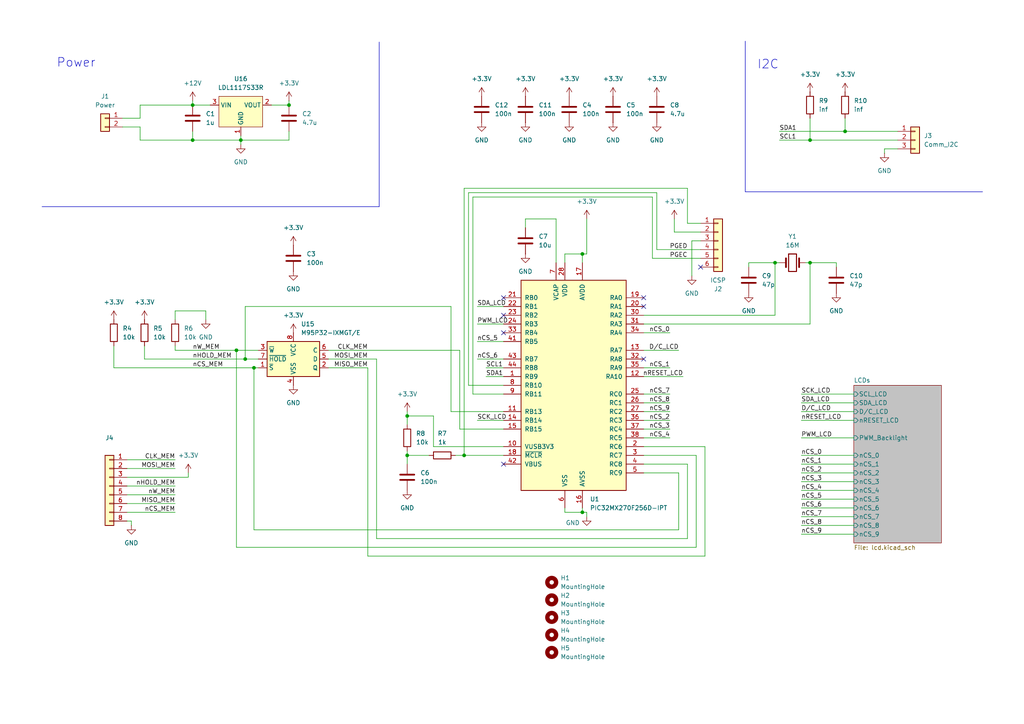
<source format=kicad_sch>
(kicad_sch (version 20231120) (generator "eeschema") (generator_version "8.0")
  (paper "A4")
  (title_block (title "Console Displays Strip") (date "2024-09-14") (rev "1"))
  (lib_symbols
    (symbol "Connector_Generic:Conn_01x02" (pin_names (offset 1.016) hide)
      (property "Reference" "J" (at 0 2.54 0))
      (property "Value" "Conn_01x02" (at 0 -5.08 0))
      (symbol "Conn_01x02_1_1"
        (rectangle (start -1.27 -2.413) (end 0 -2.667) (stroke (width 0.1524)))
        (rectangle (start -1.27 0.127) (end 0 -0.127) (stroke (width 0.1524)))
        (rectangle (start -1.27 1.27) (end 1.27 -3.81) (stroke (width 0.254)) (fill (type background)))
        (pin passive line (at -5.08 0 0) (length 3.81) (name "Pin_1") (number "1"))
        (pin passive line (at -5.08 -2.54 0) (length 3.81) (name "Pin_2") (number "2"))
      )
    )
    (symbol "Connector_Generic:Conn_01x03" (pin_names (offset 1.016) hide)
      (property "Reference" "J" (at 0 5.08 0))
      (property "Value" "Conn_01x03" (at 0 -5.08 0))
      (symbol "Conn_01x03_1_1"
        (rectangle (start -1.27 -2.413) (end 0 -2.667) (stroke (width 0.1524)))
        (rectangle (start -1.27 0.127) (end 0 -0.127) (stroke (width 0.1524)))
        (rectangle (start -1.27 2.667) (end 0 2.413) (stroke (width 0.1524)))
        (rectangle (start -1.27 3.81) (end 1.27 -3.81) (stroke (width 0.254)) (fill (type background)))
        (pin passive line (at -5.08 2.54 0) (length 3.81) (name "Pin_1") (number "1"))
        (pin passive line (at -5.08 0 0) (length 3.81) (name "Pin_2") (number "2"))
        (pin passive line (at -5.08 -2.54 0) (length 3.81) (name "Pin_3") (number "3"))
      )
    )
    (symbol "Connector_Generic:Conn_01x06" (pin_names (offset 1.016) hide)
      (property "Reference" "J" (at 0 7.62 0))
      (property "Value" "Conn_01x06" (at 0 -10.16 0))
      (symbol "Conn_01x06_1_1"
        (rectangle (start -1.27 -7.493) (end 0 -7.747) (stroke (width 0.1524)))
        (rectangle (start -1.27 -4.953) (end 0 -5.207) (stroke (width 0.1524)))
        (rectangle (start -1.27 -2.413) (end 0 -2.667) (stroke (width 0.1524)))
        (rectangle (start -1.27 0.127) (end 0 -0.127) (stroke (width 0.1524)))
        (rectangle (start -1.27 2.667) (end 0 2.413) (stroke (width 0.1524)))
        (rectangle (start -1.27 5.207) (end 0 4.953) (stroke (width 0.1524)))
        (rectangle (start -1.27 6.35) (end 1.27 -8.89) (stroke (width 0.254)) (fill (type background)))
        (pin passive line (at -5.08 5.08 0) (length 3.81) (name "Pin_1") (number "1"))
        (pin passive line (at -5.08 2.54 0) (length 3.81) (name "Pin_2") (number "2"))
        (pin passive line (at -5.08 0 0) (length 3.81) (name "Pin_3") (number "3"))
        (pin passive line (at -5.08 -2.54 0) (length 3.81) (name "Pin_4") (number "4"))
        (pin passive line (at -5.08 -5.08 0) (length 3.81) (name "Pin_5") (number "5"))
        (pin passive line (at -5.08 -7.62 0) (length 3.81) (name "Pin_6") (number "6"))
      )
    )
    (symbol "Connector_Generic:Conn_01x08" (pin_names (offset 1.016) hide)
      (property "Reference" "J" (at 0 10.16 0))
      (property "Value" "Conn_01x08" (at 0 -12.7 0))
      (symbol "Conn_01x08_1_1"
        (rectangle (start -1.27 -10.033) (end 0 -10.287) (stroke (width 0.1524)))
        (rectangle (start -1.27 -7.493) (end 0 -7.747) (stroke (width 0.1524)))
        (rectangle (start -1.27 -4.953) (end 0 -5.207) (stroke (width 0.1524)))
        (rectangle (start -1.27 -2.413) (end 0 -2.667) (stroke (width 0.1524)))
        (rectangle (start -1.27 0.127) (end 0 -0.127) (stroke (width 0.1524)))
        (rectangle (start -1.27 2.667) (end 0 2.413) (stroke (width 0.1524)))
        (rectangle (start -1.27 5.207) (end 0 4.953) (stroke (width 0.1524)))
        (rectangle (start -1.27 7.747) (end 0 7.493) (stroke (width 0.1524)))
        (rectangle (start -1.27 8.89) (end 1.27 -11.43) (stroke (width 0.254)) (fill (type background)))
        (pin passive line (at -5.08 7.62 0) (length 3.81) (name "Pin_1") (number "1"))
        (pin passive line (at -5.08 5.08 0) (length 3.81) (name "Pin_2") (number "2"))
        (pin passive line (at -5.08 2.54 0) (length 3.81) (name "Pin_3") (number "3"))
        (pin passive line (at -5.08 0 0) (length 3.81) (name "Pin_4") (number "4"))
        (pin passive line (at -5.08 -2.54 0) (length 3.81) (name "Pin_5") (number "5"))
        (pin passive line (at -5.08 -5.08 0) (length 3.81) (name "Pin_6") (number "6"))
        (pin passive line (at -5.08 -7.62 0) (length 3.81) (name "Pin_7") (number "7"))
        (pin passive line (at -5.08 -10.16 0) (length 3.81) (name "Pin_8") (number "8"))
      )
    )
    (symbol "Console:LDL1117S33R"
      (property "Reference" "U" (at -5.842 7.112 0))
      (property "Value" "LDL1117S33R" (at 0 4.826 0))
      (symbol "LDL1117S33R_0_0"
        (pin power_in line (at 0 -7.62 90) (length 2.54) (name "GND") (number "1"))
        (pin power_out line (at 8.89 1.27 180) (length 2.54) (name "VOUT") (number "2"))
        (pin power_in line (at -8.89 1.27 0) (length 2.54) (name "VIN") (number "3"))
      )
      (symbol "LDL1117S33R_0_1"
        (rectangle (start -6.35 3.81) (end 6.35 -5.08) (fill (type background)))
      )
    )
    (symbol "Console:M95P32-IXMGT/E"
      (property "Reference" "U" (at -7.62 6.35 0))
      (property "Value" "M95P32-IXMGT/E" (at 2.54 -6.35 0))
      (symbol "M95P32-IXMGT/E_1_1"
        (rectangle (start -7.62 5.08) (end 7.62 -5.08) (stroke (width 0.254)) (fill (type background)))
        (pin input line (at -10.16 -2.54 0) (length 2.54) (name "~{S}") (number "1"))
        (pin output line (at 10.16 -2.54 180) (length 2.54) (name "Q") (number "2"))
        (pin input line (at -10.16 2.54 0) (length 2.54) (name "~{W}") (number "3"))
        (pin power_in line (at 0 -7.62 90) (length 2.54) (name "VSS") (number "4"))
        (pin input line (at 10.16 0 180) (length 2.54) (name "D") (number "5"))
        (pin input line (at 10.16 2.54 180) (length 2.54) (name "C") (number "6"))
        (pin input line (at -10.16 0 0) (length 2.54) (name "~{HOLD}") (number "7"))
        (pin power_in line (at 0 7.62 270) (length 2.54) (name "VCC") (number "8"))
      )
    )
    (symbol "Device:C" (pin_numbers hide) (pin_names (offset 0.254))
      (property "Reference" "C" (at 0.635 2.54 0))
      (property "Value" "C" (at 0.635 -2.54 0))
      (symbol "C_0_1"
        (polyline (pts (xy -2.032 -0.762) (xy 2.032 -0.762)) (stroke (width 0.508)))
        (polyline (pts (xy -2.032 0.762) (xy 2.032 0.762)) (stroke (width 0.508)))
      )
      (symbol "C_1_1"
        (pin passive line (at 0 3.81 270) (length 2.794) (name "~") (number "1"))
        (pin passive line (at 0 -3.81 90) (length 2.794) (name "~") (number "2"))
      )
    )
    (symbol "Device:Crystal" (pin_numbers hide) (pin_names (offset 1.016) hide)
      (property "Reference" "Y" (at 0 3.81 0))
      (property "Value" "Crystal" (at 0 -3.81 0))
      (symbol "Crystal_0_1"
        (rectangle (start -1.143 2.54) (end 1.143 -2.54) (stroke (width 0.3048)))
        (polyline (pts (xy -2.54 0) (xy -1.905 0)))
        (polyline (pts (xy -1.905 -1.27) (xy -1.905 1.27)) (stroke (width 0.508)))
        (polyline (pts (xy 1.905 -1.27) (xy 1.905 1.27)) (stroke (width 0.508)))
        (polyline (pts (xy 2.54 0) (xy 1.905 0)))
      )
      (symbol "Crystal_1_1"
        (pin passive line (at -3.81 0 0) (length 1.27) (name "1") (number "1"))
        (pin passive line (at 3.81 0 180) (length 1.27) (name "2") (number "2"))
      )
    )
    (symbol "Device:R" (pin_numbers hide) (pin_names (offset 0))
      (property "Reference" "R" (at 2.032 0 90))
      (property "Value" "R" (at 0 0 90))
      (symbol "R_0_1"
        (rectangle (start -1.016 -2.54) (end 1.016 2.54) (stroke (width 0.254)))
      )
      (symbol "R_1_1"
        (pin passive line (at 0 3.81 270) (length 1.27) (name "~") (number "1"))
        (pin passive line (at 0 -3.81 90) (length 1.27) (name "~") (number "2"))
      )
    )
    (symbol "MCU_Microchip_PIC32:PIC32MX270F256D-IPT" (pin_names (offset 1.016))
      (property "Reference" "U1" (at 4.7341 -33.02 0))
      (property "Value" "PIC32MX270F256D-IPT" (at 4.7341 -35.56 0))
      (symbol "PIC32MX270F256D-IPT_0_1"
        (rectangle (start -15.24 30.48) (end 15.24 -30.48) (stroke (width 0.254)) (fill (type background)))
      )
      (symbol "PIC32MX270F256D-IPT_1_1"
        (pin bidirectional line (at -20.32 2.54 0) (length 5.08) (name "RB9") (number "1"))
        (pin bidirectional line (at -20.32 -17.78 0) (length 5.08) (name "VUSB3V3") (number "10"))
        (pin bidirectional line (at -20.32 -7.62 0) (length 5.08) (name "RB13") (number "11"))
        (pin bidirectional line (at 20.32 2.54 180) (length 5.08) (name "RA10") (number "12"))
        (pin bidirectional line (at 20.32 10.16 180) (length 5.08) (name "RA7") (number "13"))
        (pin bidirectional line (at -20.32 -10.16 0) (length 5.08) (name "RB14") (number "14"))
        (pin bidirectional line (at -20.32 -12.7 0) (length 5.08) (name "RB15") (number "15"))
        (pin power_in line (at 2.54 -35.56 90) (length 5.08) (name "AVSS") (number "16"))
        (pin power_in line (at 2.54 35.56 270) (length 5.08) (name "AVDD") (number "17"))
        (pin input line (at -20.32 -20.32 0) (length 5.08) (name "~{MCLR}") (number "18"))
        (pin bidirectional line (at 20.32 25.4 180) (length 5.08) (name "RA0") (number "19"))
        (pin bidirectional line (at 20.32 -17.78 180) (length 5.08) (name "RC6") (number "2"))
        (pin bidirectional line (at 20.32 22.86 180) (length 5.08) (name "RA1") (number "20"))
        (pin bidirectional line (at -20.32 25.4 0) (length 5.08) (name "RB0") (number "21"))
        (pin bidirectional line (at -20.32 22.86 0) (length 5.08) (name "RB1") (number "22"))
        (pin bidirectional line (at -20.32 20.32 0) (length 5.08) (name "RB2") (number "23"))
        (pin bidirectional line (at -20.32 17.78 0) (length 5.08) (name "RB3") (number "24"))
        (pin bidirectional line (at 20.32 -2.54 180) (length 5.08) (name "RC0") (number "25"))
        (pin bidirectional line (at 20.32 -5.08 180) (length 5.08) (name "RC1") (number "26"))
        (pin bidirectional line (at 20.32 -7.62 180) (length 5.08) (name "RC2") (number "27"))
        (pin power_in line (at -2.54 35.56 270) (length 5.08) (name "VDD") (number "28"))
        (pin passive line (at -2.54 -35.56 90) (length 5.08) hide (name "VSS") (number "29"))
        (pin bidirectional line (at 20.32 -20.32 180) (length 5.08) (name "RC7") (number "3"))
        (pin bidirectional line (at 20.32 20.32 180) (length 5.08) (name "RA2") (number "30"))
        (pin bidirectional line (at 20.32 17.78 180) (length 5.08) (name "RA3") (number "31"))
        (pin bidirectional line (at 20.32 7.62 180) (length 5.08) (name "RA8") (number "32"))
        (pin bidirectional line (at -20.32 15.24 0) (length 5.08) (name "RB4") (number "33"))
        (pin bidirectional line (at 20.32 15.24 180) (length 5.08) (name "RA4") (number "34"))
        (pin bidirectional line (at 20.32 5.08 180) (length 5.08) (name "RA9") (number "35"))
        (pin bidirectional line (at 20.32 -10.16 180) (length 5.08) (name "RC3") (number "36"))
        (pin bidirectional line (at 20.32 -12.7 180) (length 5.08) (name "RC4") (number "37"))
        (pin bidirectional line (at 20.32 -15.24 180) (length 5.08) (name "RC5") (number "38"))
        (pin passive line (at -2.54 -35.56 90) (length 5.08) hide (name "VSS") (number "39"))
        (pin bidirectional line (at 20.32 -22.86 180) (length 5.08) (name "RC8") (number "4"))
        (pin passive line (at -2.54 35.56 270) (length 5.08) hide (name "VDD") (number "40"))
        (pin bidirectional line (at -20.32 12.7 0) (length 5.08) (name "RB5") (number "41"))
        (pin input line (at -20.32 -22.86 0) (length 5.08) (name "VBUS") (number "42"))
        (pin bidirectional line (at -20.32 7.62 0) (length 5.08) (name "RB7") (number "43"))
        (pin bidirectional line (at -20.32 5.08 0) (length 5.08) (name "RB8") (number "44"))
        (pin bidirectional line (at 20.32 -25.4 180) (length 5.08) (name "RC9") (number "5"))
        (pin power_in line (at -2.54 -35.56 90) (length 5.08) (name "VSS") (number "6"))
        (pin power_in line (at -5.08 35.56 270) (length 5.08) (name "VCAP") (number "7"))
        (pin bidirectional line (at -20.32 0 0) (length 5.08) (name "RB10") (number "8"))
        (pin bidirectional line (at -20.32 -2.54 0) (length 5.08) (name "RB11") (number "9"))
      )
    )
    (symbol "Mechanical:MountingHole" (pin_names (offset 1.016)) (exclude_from_sim yes) (in_bom no)
      (property "Reference" "H" (at 0 5.08 0))
      (property "Value" "MountingHole" (at 0 3.175 0))
      (symbol "MountingHole_0_1"
        (circle (center 0 0) (radius 1.27) (stroke (width 1.27)))
      )
    )
    (symbol "power:+12V" (power) (pin_numbers hide) (pin_names (offset 0) hide)
      (property "Value" "+12V" (at 0 3.556 0))
      (symbol "+12V_0_1"
        (polyline (pts (xy -0.762 1.27) (xy 0 2.54)))
        (polyline (pts (xy 0 0) (xy 0 2.54)))
        (polyline (pts (xy 0 2.54) (xy 0.762 1.27)))
      )
      (symbol "+12V_1_1"
        (pin power_in line (at 0 0 90) (length 0) (name "~") (number "1"))
      )
    )
    (symbol "power:+3.3V" (power) (pin_numbers hide) (pin_names (offset 0) hide)
      (property "Value" "+3.3V" (at 0 3.556 0))
      (symbol "+3.3V_0_1"
        (polyline (pts (xy -0.762 1.27) (xy 0 2.54)))
        (polyline (pts (xy 0 0) (xy 0 2.54)))
        (polyline (pts (xy 0 2.54) (xy 0.762 1.27)))
      )
      (symbol "+3.3V_1_1"
        (pin power_in line (at 0 0 90) (length 0) (name "~") (number "1"))
      )
    )
    (symbol "power:GND" (power) (pin_numbers hide) (pin_names (offset 0) hide)
      (property "Value" "GND" (at 0 -3.81 0))
      (symbol "GND_0_1"
        (polyline (pts (xy 0 0) (xy 0 -1.27) (xy 1.27 -1.27) (xy 0 -2.54) (xy -1.27 -1.27) (xy 0 -1.27)))
      )
      (symbol "GND_1_1"
        (pin power_in line (at 0 0 270) (length 0) (name "~") (number "1"))
      )
    )
  )
  (junction (at 134.62 132.08))
  (junction (at 71.12 104.14))
  (junction (at 55.88 40.64))
  (junction (at 234.95 76.2))
  (junction (at 118.11 120.65))
  (junction (at 224.79 76.2))
  (junction (at 168.91 73.66))
  (junction (at 73.66 106.68))
  (junction (at 83.82 30.48))
  (junction (at 245.11 38.1))
  (junction (at 234.95 40.64))
  (junction (at 69.85 40.64))
  (junction (at 55.88 30.48))
  (junction (at 68.58 101.6))
  (junction (at 118.11 132.08))
  (junction (at 168.91 148.59))
  (no_connect (at 186.69 86.36))
  (no_connect (at 146.05 96.52))
  (no_connect (at 146.05 134.62))
  (no_connect (at 186.69 104.14))
  (no_connect (at 186.69 88.9))
  (no_connect (at 146.05 86.36))
  (no_connect (at 203.2 77.47))
  (no_connect (at 146.05 91.44))
  (wire (pts (xy 234.95 93.98) (xy 234.95 76.2)))
  (wire (pts (xy 260.35 43.18) (xy 256.54 43.18)))
  (wire (pts (xy 224.79 76.2) (xy 226.06 76.2)))
  (wire (pts (xy 201.93 158.75) (xy 201.93 132.08)))
  (wire (pts (xy 55.88 38.1) (xy 55.88 40.64)))
  (wire (pts (xy 260.35 38.1) (xy 245.11 38.1)))
  (wire (pts (xy 55.88 30.48) (xy 60.96 30.48)))
  (wire (pts (xy 194.31 116.84) (xy 186.69 116.84)))
  (wire (pts (xy 83.82 38.1) (xy 83.82 40.64)))
  (wire (pts (xy 54.61 137.16) (xy 54.61 138.43)))
  (wire (pts (xy 130.81 119.38) (xy 146.05 119.38)))
  (wire (pts (xy 33.02 106.68) (xy 73.66 106.68)))
  (wire (pts (xy 36.83 135.89) (xy 50.8 135.89)))
  (wire (pts (xy 59.69 90.17) (xy 59.69 92.71)))
  (wire (pts (xy 50.8 101.6) (xy 68.58 101.6)))
  (wire (pts (xy 168.91 73.66) (xy 170.18 73.66)))
  (wire (pts (xy 195.58 67.31) (xy 195.58 63.5)))
  (wire (pts (xy 168.91 73.66) (xy 168.91 76.2)))
  (wire (pts (xy 138.43 88.9) (xy 146.05 88.9)))
  (wire (pts (xy 36.83 133.35) (xy 50.8 133.35)))
  (wire (pts (xy 204.47 161.29) (xy 204.47 129.54)))
  (wire (pts (xy 68.58 101.6) (xy 68.58 158.75)))
  (wire (pts (xy 189.23 57.15) (xy 137.16 57.15)))
  (wire (pts (xy 232.41 121.92) (xy 247.65 121.92)))
  (wire (pts (xy 124.46 132.08) (xy 118.11 132.08)))
  (wire (pts (xy 41.91 104.14) (xy 41.91 100.33)))
  (wire (pts (xy 69.85 40.64) (xy 83.82 40.64)))
  (wire (pts (xy 163.83 148.59) (xy 163.83 147.32)))
  (wire (pts (xy 118.11 120.65) (xy 125.73 120.65)))
  (wire (pts (xy 140.97 106.68) (xy 146.05 106.68)))
  (wire (pts (xy 138.43 99.06) (xy 146.05 99.06)))
  (wire (pts (xy 36.83 146.05) (xy 50.8 146.05)))
  (wire (pts (xy 201.93 132.08) (xy 186.69 132.08)))
  (wire (pts (xy 36.83 143.51) (xy 50.8 143.51)))
  (wire (pts (xy 133.35 124.46) (xy 146.05 124.46)))
  (wire (pts (xy 199.39 134.62) (xy 186.69 134.62)))
  (wire (pts (xy 95.25 106.68) (xy 106.68 106.68)))
  (wire (pts (xy 132.08 132.08) (xy 134.62 132.08)))
  (polyline (pts (xy 216.154 11.938) (xy 216.154 55.626)))
  (wire (pts (xy 186.69 114.3) (xy 194.31 114.3)))
  (wire (pts (xy 55.88 29.21) (xy 55.88 30.48)))
  (wire (pts (xy 135.89 111.76) (xy 146.05 111.76)))
  (wire (pts (xy 232.41 149.86) (xy 247.65 149.86)))
  (wire (pts (xy 36.83 138.43) (xy 54.61 138.43)))
  (wire (pts (xy 234.95 76.2) (xy 233.68 76.2)))
  (wire (pts (xy 242.57 76.2) (xy 242.57 77.47)))
  (wire (pts (xy 71.12 104.14) (xy 74.93 104.14)))
  (wire (pts (xy 196.85 101.6) (xy 186.69 101.6)))
  (wire (pts (xy 140.97 109.22) (xy 146.05 109.22)))
  (wire (pts (xy 199.39 156.21) (xy 199.39 134.62)))
  (wire (pts (xy 106.68 106.68) (xy 106.68 161.29)))
  (wire (pts (xy 95.25 104.14) (xy 109.22 104.14)))
  (wire (pts (xy 133.35 101.6) (xy 133.35 124.46)))
  (wire (pts (xy 199.39 64.77) (xy 203.2 64.77)))
  (wire (pts (xy 130.81 119.38) (xy 130.81 88.9)))
  (wire (pts (xy 68.58 101.6) (xy 74.93 101.6)))
  (wire (pts (xy 196.85 137.16) (xy 186.69 137.16)))
  (wire (pts (xy 190.5 55.88) (xy 135.89 55.88)))
  (wire (pts (xy 138.43 104.14) (xy 146.05 104.14)))
  (wire (pts (xy 55.88 30.48) (xy 40.64 30.48)))
  (wire (pts (xy 40.64 40.64) (xy 55.88 40.64)))
  (wire (pts (xy 125.73 129.54) (xy 146.05 129.54)))
  (wire (pts (xy 232.41 137.16) (xy 247.65 137.16)))
  (wire (pts (xy 196.85 153.67) (xy 196.85 137.16)))
  (wire (pts (xy 152.4 63.5) (xy 152.4 66.04)))
  (wire (pts (xy 73.66 106.68) (xy 73.66 153.67)))
  (wire (pts (xy 36.83 140.97) (xy 50.8 140.97)))
  (wire (pts (xy 68.58 158.75) (xy 201.93 158.75)))
  (wire (pts (xy 194.31 96.52) (xy 186.69 96.52)))
  (wire (pts (xy 189.23 74.93) (xy 189.23 57.15)))
  (wire (pts (xy 168.91 148.59) (xy 168.91 147.32)))
  (wire (pts (xy 204.47 129.54) (xy 186.69 129.54)))
  (wire (pts (xy 232.41 116.84) (xy 247.65 116.84)))
  (wire (pts (xy 232.41 144.78) (xy 247.65 144.78)))
  (wire (pts (xy 40.64 30.48) (xy 40.64 34.29)))
  (wire (pts (xy 163.83 73.66) (xy 168.91 73.66)))
  (wire (pts (xy 217.17 77.47) (xy 217.17 76.2)))
  (wire (pts (xy 163.83 148.59) (xy 168.91 148.59)))
  (wire (pts (xy 33.02 106.68) (xy 33.02 100.33)))
  (wire (pts (xy 36.83 148.59) (xy 50.8 148.59)))
  (wire (pts (xy 190.5 72.39) (xy 190.5 55.88)))
  (wire (pts (xy 232.41 152.4) (xy 247.65 152.4)))
  (wire (pts (xy 217.17 76.2) (xy 224.79 76.2)))
  (wire (pts (xy 232.41 134.62) (xy 247.65 134.62)))
  (wire (pts (xy 41.91 104.14) (xy 71.12 104.14)))
  (wire (pts (xy 194.31 106.68) (xy 186.69 106.68)))
  (wire (pts (xy 118.11 119.38) (xy 118.11 120.65)))
  (wire (pts (xy 232.41 154.94) (xy 247.65 154.94)))
  (wire (pts (xy 137.16 57.15) (xy 137.16 114.3)))
  (wire (pts (xy 232.41 114.3) (xy 247.65 114.3)))
  (wire (pts (xy 232.41 142.24) (xy 247.65 142.24)))
  (wire (pts (xy 163.83 76.2) (xy 163.83 73.66)))
  (wire (pts (xy 194.31 119.38) (xy 186.69 119.38)))
  (wire (pts (xy 130.81 88.9) (xy 71.12 88.9)))
  (wire (pts (xy 83.82 30.48) (xy 83.82 29.21)))
  (wire (pts (xy 161.29 76.2) (xy 161.29 63.5)))
  (wire (pts (xy 232.41 127) (xy 247.65 127)))
  (wire (pts (xy 69.85 40.64) (xy 69.85 39.37)))
  (wire (pts (xy 134.62 132.08) (xy 146.05 132.08)))
  (wire (pts (xy 40.64 34.29) (xy 35.56 34.29)))
  (wire (pts (xy 38.1 152.4) (xy 38.1 151.13)))
  (wire (pts (xy 55.88 40.64) (xy 69.85 40.64)))
  (wire (pts (xy 189.23 74.93) (xy 203.2 74.93)))
  (wire (pts (xy 194.31 127) (xy 186.69 127)))
  (wire (pts (xy 138.43 121.92) (xy 146.05 121.92)))
  (wire (pts (xy 232.41 119.38) (xy 247.65 119.38)))
  (wire (pts (xy 256.54 43.18) (xy 256.54 44.45)))
  (wire (pts (xy 50.8 90.17) (xy 59.69 90.17)))
  (wire (pts (xy 69.85 40.64) (xy 69.85 41.91)))
  (wire (pts (xy 40.64 36.83) (xy 40.64 40.64)))
  (wire (pts (xy 135.89 55.88) (xy 135.89 111.76)))
  (wire (pts (xy 224.79 91.44) (xy 186.69 91.44)))
  (wire (pts (xy 226.06 40.64) (xy 234.95 40.64)))
  (wire (pts (xy 118.11 120.65) (xy 118.11 123.19)))
  (wire (pts (xy 137.16 114.3) (xy 146.05 114.3)))
  (wire (pts (xy 50.8 101.6) (xy 50.8 100.33)))
  (wire (pts (xy 35.56 36.83) (xy 40.64 36.83)))
  (wire (pts (xy 36.83 151.13) (xy 38.1 151.13)))
  (wire (pts (xy 199.39 54.61) (xy 199.39 64.77)))
  (wire (pts (xy 232.41 147.32) (xy 247.65 147.32)))
  (wire (pts (xy 203.2 69.85) (xy 200.66 69.85)))
  (wire (pts (xy 109.22 156.21) (xy 199.39 156.21)))
  (polyline (pts (xy 12.192 59.944) (xy 109.982 59.944)))
  (wire (pts (xy 134.62 54.61) (xy 134.62 132.08)))
  (wire (pts (xy 95.25 101.6) (xy 133.35 101.6)))
  (wire (pts (xy 194.31 124.46) (xy 186.69 124.46)))
  (wire (pts (xy 138.43 93.98) (xy 146.05 93.98)))
  (polyline (pts (xy 109.982 12.192) (xy 109.982 59.944)))
  (wire (pts (xy 71.12 88.9) (xy 71.12 104.14)))
  (wire (pts (xy 109.22 104.14) (xy 109.22 156.21)))
  (wire (pts (xy 170.18 149.86) (xy 170.18 148.59)))
  (wire (pts (xy 118.11 132.08) (xy 118.11 134.62)))
  (wire (pts (xy 73.66 153.67) (xy 196.85 153.67)))
  (polyline (pts (xy 216.154 55.626) (xy 284.988 55.626)))
  (wire (pts (xy 186.69 93.98) (xy 234.95 93.98)))
  (wire (pts (xy 50.8 92.71) (xy 50.8 90.17)))
  (wire (pts (xy 232.41 132.08) (xy 247.65 132.08)))
  (wire (pts (xy 226.06 38.1) (xy 245.11 38.1)))
  (wire (pts (xy 118.11 132.08) (xy 118.11 130.81)))
  (wire (pts (xy 234.95 40.64) (xy 234.95 34.29)))
  (wire (pts (xy 245.11 38.1) (xy 245.11 34.29)))
  (wire (pts (xy 260.35 40.64) (xy 234.95 40.64)))
  (wire (pts (xy 106.68 161.29) (xy 204.47 161.29)))
  (wire (pts (xy 170.18 63.5) (xy 170.18 73.66)))
  (wire (pts (xy 190.5 72.39) (xy 203.2 72.39)))
  (wire (pts (xy 200.66 69.85) (xy 200.66 80.01)))
  (wire (pts (xy 194.31 121.92) (xy 186.69 121.92)))
  (wire (pts (xy 186.69 109.22) (xy 198.12 109.22)))
  (wire (pts (xy 73.66 106.68) (xy 74.93 106.68)))
  (wire (pts (xy 203.2 67.31) (xy 195.58 67.31)))
  (wire (pts (xy 234.95 76.2) (xy 242.57 76.2)))
  (wire (pts (xy 125.73 120.65) (xy 125.73 129.54)))
  (wire (pts (xy 232.41 139.7) (xy 247.65 139.7)))
  (wire (pts (xy 78.74 30.48) (xy 83.82 30.48)))
  (wire (pts (xy 170.18 148.59) (xy 168.91 148.59)))
  (wire (pts (xy 199.39 54.61) (xy 134.62 54.61)))
  (wire (pts (xy 161.29 63.5) (xy 152.4 63.5)))
  (wire (pts (xy 224.79 76.2) (xy 224.79 91.44)))
  (text "I2C" (at 222.758 18.796 0) (effects (font (size 2.54 2.54))))
  (text "Power" (at 22.098 18.288 0) (effects (font (size 2.54 2.54))))
  (label "SDA_LCD" (at 232.41 116.84 0))
  (label "nCS_5" (at 138.43 99.06 0))
  (label "nCS_8" (at 232.41 152.4 0))
  (label "nRESET_LCD" (at 232.41 121.92 0))
  (label "MISO_MEM" (at 106.68 106.68 180))
  (label "nCS_1" (at 232.41 134.62 0))
  (label "MOSI_MEM" (at 106.68 104.14 180))
  (label "nCS_MEM" (at 55.88 106.68 0))
  (label "CLK_MEM" (at 106.68 101.6 180))
  (label "nCS_7" (at 194.31 114.3 180))
  (label "nCS_2" (at 232.41 137.16 0))
  (label "nCS_2" (at 194.31 121.92 180))
  (label "nCS_1" (at 194.31 106.68 180))
  (label "nCS_9" (at 194.31 119.38 180))
  (label "nCS_6" (at 138.43 104.14 0))
  (label "PGED" (at 199.39 72.39 180))
  (label "nCS_0" (at 194.31 96.52 180))
  (label "nCS_6" (at 232.41 147.32 0))
  (label "PWM_LCD" (at 232.41 127 0))
  (label "SCL1" (at 226.06 40.64 0))
  (label "D{slash}C_LCD" (at 196.85 101.6 180))
  (label "SCK_LCD" (at 138.43 121.92 0))
  (label "SCL1" (at 140.97 106.68 0))
  (label "nCS_7" (at 232.41 149.86 0))
  (label "MOSI_MEM" (at 50.8 135.89 180))
  (label "SDA1" (at 226.06 38.1 0))
  (label "nCS_4" (at 232.41 142.24 0))
  (label "nCS_0" (at 232.41 132.08 0))
  (label "nCS_9" (at 232.41 154.94 0))
  (label "nCS_3" (at 232.41 139.7 0))
  (label "nRESET_LCD" (at 198.12 109.22 180))
  (label "SDA_LCD" (at 138.43 88.9 0))
  (label "D{slash}C_LCD" (at 232.41 119.38 0))
  (label "nCS_3" (at 194.31 124.46 180))
  (label "nHOLD_MEM" (at 50.8 140.97 180))
  (label "nW_MEM" (at 50.8 143.51 180))
  (label "nHOLD_MEM" (at 55.88 104.14 0))
  (label "nCS_MEM" (at 50.8 148.59 180))
  (label "CLK_MEM" (at 50.8 133.35 180))
  (label "nW_MEM" (at 55.88 101.6 0))
  (label "nCS_5" (at 232.41 144.78 0))
  (label "nCS_4" (at 194.31 127 180))
  (label "MISO_MEM" (at 50.8 146.05 180))
  (label "SDA1" (at 140.97 109.22 0))
  (label "PWM_LCD" (at 138.43 93.98 0))
  (label "nCS_8" (at 194.31 116.84 180))
  (label "PGEC" (at 199.39 74.93 180))
  (label "SCK_LCD" (at 232.41 114.3 0))
  (symbol (lib_id "power:+3.3V") (at 177.8 27.94 0) (unit 1)
    (property "Reference" "#PWR043" (effects (hide yes)))
    (property "Value" "+3.3V" (at 177.8 22.86 0))
    (property "Description" "Power symbol creates a global label with name \"+3.3V\"" (effects (hide yes)))
  )
  (symbol (lib_id "power:+3.3V") (at 190.5 27.94 0) (unit 1)
    (property "Reference" "#PWR049" (effects (hide yes)))
    (property "Value" "+3.3V" (at 190.5 22.86 0))
    (property "Description" "Power symbol creates a global label with name \"+3.3V\"" (effects (hide yes)))
  )
  (symbol (lib_id "Device:R") (at 118.11 127 180) (unit 1)
    (property "Reference" "R8" (at 120.65 125.7299 0) (effects (justify right)))
    (property "Value" "10k" (at 120.65 128.2699 0) (effects (justify right)))
    (property "Footprint" "Resistor_SMD:R_0805_2012Metric" (effects (hide yes)))
    (property "Description" "Resistor" (effects (hide yes)))
  )
  (symbol (lib_id "power:+12V") (at 55.88 29.21 0) (unit 1)
    (property "Reference" "#PWR019" (effects (hide yes)))
    (property "Value" "+12V" (at 55.88 24.13 0))
    (property "Description" "Power symbol creates a global label with name \"+12V\"" (effects (hide yes)))
  )
  (symbol (lib_id "power:GND") (at 190.5 35.56 0) (unit 1)
    (property "Reference" "#PWR050" (effects (hide yes)))
    (property "Value" "GND" (at 190.5 40.64 0))
    (property "Description" "Power symbol creates a global label with name \"GND\" , ground" (effects (hide yes)))
  )
  (symbol (lib_id "power:GND") (at 152.4 73.66 0) (unit 1)
    (property "Reference" "#PWR048" (effects (hide yes)))
    (property "Value" "GND" (at 152.4 78.74 0))
    (property "Description" "Power symbol creates a global label with name \"GND\" , ground" (effects (hide yes)))
  )
  (symbol (lib_id "Device:C") (at 83.82 34.29 0) (unit 1)
    (property "Reference" "C2" (at 87.63 33.0199 0) (effects (justify left)))
    (property "Value" "4.7u" (at 87.63 35.5599 0) (effects (justify left)))
    (property "Footprint" "Capacitor_SMD:C_0805_2012Metric" (effects (hide yes)))
    (property "Description" "Unpolarized capacitor" (effects (hide yes)))
  )
  (symbol (lib_id "power:+3.3V") (at 165.1 27.94 0) (unit 1)
    (property "Reference" "#PWR041" (effects (hide yes)))
    (property "Value" "+3.3V" (at 165.1 22.86 0))
    (property "Description" "Power symbol creates a global label with name \"+3.3V\"" (effects (hide yes)))
  )
  (symbol (lib_id "Console:LDL1117S33R") (at 69.85 31.75 0) (unit 1)
    (property "Reference" "U16" (at 69.85 22.86 0))
    (property "Value" "LDL1117S33R" (at 69.85 25.4 0))
    (property "Footprint" "Package_TO_SOT_SMD:SOT-223-3_TabPin2" (effects (hide yes)))
    (property "Datasheet" "https://www.mouser.de/datasheet/2/389/ldl1117-1849797.pdf" (effects (hide yes)))
    (property "Description" "3.3V 1.2A LDO" (effects (hide yes)))
  )
  (symbol (lib_id "Device:C") (at 85.09 74.93 0) (unit 1)
    (property "Reference" "C3" (at 88.9 73.6599 0) (effects (justify left)))
    (property "Value" "100n" (at 88.9 76.1999 0) (effects (justify left)))
    (property "Footprint" "Capacitor_SMD:C_0805_2012Metric" (effects (hide yes)))
    (property "Description" "Unpolarized capacitor" (effects (hide yes)))
  )
  (symbol (lib_id "Connector_Generic:Conn_01x02") (at 30.48 34.29 0) (mirror y) (unit 1)
    (property "Reference" "J1" (at 30.48 27.94 0))
    (property "Value" "Power" (at 30.48 30.48 0))
    (property "Footprint" "Connector_PinHeader_2.54mm:PinHeader_1x02_P2.54mm_Vertical" (effects (hide yes)))
    (property "Description" "Generic connector, single row, 01x02, script generated (kicad-library-utils/schlib/autogen/connector/)" (effects (hide yes)))
  )
  (symbol (lib_id "Mechanical:MountingHole") (at 160.02 189.23 0) (unit 1) (exclude_from_sim yes) (in_bom no)
    (property "Reference" "H5" (at 162.56 187.9599 0) (effects (justify left)))
    (property "Value" "MountingHole" (at 162.56 190.4999 0) (effects (justify left)))
    (property "Footprint" "MountingHole:MountingHole_3.2mm_M3" (effects (hide yes)))
    (property "Description" "Mounting Hole without connection" (effects (hide yes)))
  )
  (symbol (lib_id "Connector_Generic:Conn_01x08") (at 31.75 140.97 0) (mirror y) (unit 1)
    (property "Reference" "J4" (at 31.75 127 0))
    (property "Value" "EEPROM_Prog" (effects (hide yes)))
    (property "Footprint" "Connector_PinHeader_2.54mm:PinHeader_1x08_P2.54mm_Vertical" (effects (hide yes)))
    (property "Description" "Generic connector, single row, 01x08, script generated (kicad-library-utils/schlib/autogen/connector/)" (effects (hide yes)))
  )
  (symbol (lib_id "Mechanical:MountingHole") (at 160.02 168.91 0) (unit 1) (exclude_from_sim yes) (in_bom no)
    (property "Reference" "H1" (at 162.56 167.6399 0) (effects (justify left)))
    (property "Value" "MountingHole" (at 162.56 170.1799 0) (effects (justify left)))
    (property "Footprint" "MountingHole:MountingHole_3.2mm_M3" (effects (hide yes)))
    (property "Description" "Mounting Hole without connection" (effects (hide yes)))
  )
  (symbol (lib_id "Connector_Generic:Conn_01x03") (at 265.43 40.64 0) (unit 1)
    (property "Reference" "J3" (at 267.97 39.3699 0) (effects (justify left)))
    (property "Value" "Comm_I2C" (at 267.97 41.9099 0) (effects (justify left)))
    (property "Footprint" "Connector_PinHeader_2.54mm:PinHeader_1x03_P2.54mm_Vertical" (effects (hide yes)))
    (property "Description" "Generic connector, single row, 01x03, script generated (kicad-library-utils/schlib/autogen/connector/)" (effects (hide yes)))
  )
  (symbol (lib_id "power:GND") (at 200.66 80.01 0) (mirror y) (unit 1)
    (property "Reference" "#PWR052" (effects (hide yes)))
    (property "Value" "GND" (at 200.66 85.09 0))
    (property "Description" "Power symbol creates a global label with name \"GND\" , ground" (effects (hide yes)))
  )
  (symbol (lib_id "power:+3.3V") (at 85.09 71.12 0) (unit 1)
    (property "Reference" "#PWR036" (effects (hide yes)))
    (property "Value" "+3.3V" (at 85.09 66.04 0))
    (property "Description" "Power symbol creates a global label with name \"+3.3V\"" (effects (hide yes)))
  )
  (symbol (lib_id "power:+3.3V") (at 195.58 63.5 0) (mirror y) (unit 1)
    (property "Reference" "#PWR051" (effects (hide yes)))
    (property "Value" "+3.3V" (at 195.58 58.42 0))
    (property "Description" "Power symbol creates a global label with name \"+3.3V\"" (effects (hide yes)))
  )
  (symbol (lib_id "power:GND") (at 85.09 111.76 0) (unit 1)
    (property "Reference" "#PWR03" (effects (hide yes)))
    (property "Value" "GND" (at 85.09 116.84 0))
    (property "Description" "Power symbol creates a global label with name \"GND\" , ground" (effects (hide yes)))
  )
  (symbol (lib_id "power:GND") (at 217.17 85.09 0) (mirror y) (unit 1)
    (property "Reference" "#PWR053" (effects (hide yes)))
    (property "Value" "GND" (at 217.17 90.17 0))
    (property "Description" "Power symbol creates a global label with name \"GND\" , ground" (effects (hide yes)))
  )
  (symbol (lib_id "Connector_Generic:Conn_01x06") (at 208.28 69.85 0) (unit 1)
    (property "Reference" "J2" (at 208.28 83.82 0))
    (property "Value" "ICSP" (at 208.28 81.28 0))
    (property "Footprint" "Connector_PinHeader_2.54mm:PinHeader_1x06_P2.54mm_Vertical" (effects (hide yes)))
    (property "Description" "Generic connector, single row, 01x06, script generated (kicad-library-utils/schlib/autogen/connector/)" (effects (hide yes)))
  )
  (symbol (lib_id "power:GND") (at 165.1 35.56 0) (unit 1)
    (property "Reference" "#PWR042" (effects (hide yes)))
    (property "Value" "GND" (at 165.1 40.64 0))
    (property "Description" "Power symbol creates a global label with name \"GND\" , ground" (effects (hide yes)))
  )
  (symbol (lib_id "power:+3.3V") (at 139.7 27.94 0) (unit 1)
    (property "Reference" "#PWR062" (effects (hide yes)))
    (property "Value" "+3.3V" (at 139.7 22.86 0))
    (property "Description" "Power symbol creates a global label with name \"+3.3V\"" (effects (hide yes)))
  )
  (symbol (lib_id "power:+3.3V") (at 41.91 92.71 0) (unit 1)
    (property "Reference" "#PWR039" (effects (hide yes)))
    (property "Value" "+3.3V" (at 41.91 87.63 0))
    (property "Description" "Power symbol creates a global label with name \"+3.3V\"" (effects (hide yes)))
  )
  (symbol (lib_id "Device:C") (at 152.4 69.85 0) (unit 1)
    (property "Reference" "C7" (at 156.21 68.5799 0) (effects (justify left)))
    (property "Value" "10u" (at 156.21 71.1199 0) (effects (justify left)))
    (property "Footprint" "Capacitor_SMD:C_0805_2012Metric" (effects (hide yes)))
    (property "Description" "Ceramic ESR<3 Ohm" (effects (hide yes)))
  )
  (symbol (lib_id "power:GND") (at 242.57 85.09 0) (mirror y) (unit 1)
    (property "Reference" "#PWR054" (effects (hide yes)))
    (property "Value" "GND" (at 242.57 90.17 0))
    (property "Description" "Power symbol creates a global label with name \"GND\" , ground" (effects (hide yes)))
  )
  (symbol (lib_id "Device:C") (at 190.5 31.75 0) (unit 1)
    (property "Reference" "C8" (at 194.31 30.4799 0) (effects (justify left)))
    (property "Value" "4.7u" (at 194.31 33.0199 0) (effects (justify left)))
    (property "Footprint" "Capacitor_SMD:C_0805_2012Metric" (effects (hide yes)))
  )
  (symbol (lib_id "power:GND") (at 85.09 78.74 0) (unit 1)
    (property "Reference" "#PWR035" (effects (hide yes)))
    (property "Value" "GND" (at 85.09 83.82 0))
    (property "Description" "Power symbol creates a global label with name \"GND\" , ground" (effects (hide yes)))
  )
  (symbol (lib_id "Device:C") (at 118.11 138.43 0) (unit 1)
    (property "Reference" "C6" (at 121.92 137.1599 0) (effects (justify left)))
    (property "Value" "100n" (at 121.92 139.6999 0) (effects (justify left)))
    (property "Footprint" "Capacitor_SMD:C_0805_2012Metric" (effects (hide yes)))
    (property "Description" "Unpolarized capacitor" (effects (hide yes)))
  )
  (symbol (lib_id "power:+3.3V") (at 85.09 96.52 0) (unit 1)
    (property "Reference" "#PWR037" (effects (hide yes)))
    (property "Value" "+3.3V" (at 85.09 91.44 0))
    (property "Description" "Power symbol creates a global label with name \"+3.3V\"" (effects (hide yes)))
  )
  (symbol (lib_id "Device:R") (at 234.95 30.48 0) (unit 1)
    (property "Reference" "R9" (at 237.49 29.2099 0) (effects (justify left)))
    (property "Value" "inf" (at 237.49 31.7499 0) (effects (justify left)))
    (property "Footprint" "Resistor_SMD:R_0805_2012Metric" (effects (hide yes)))
    (property "Description" "I2C Pullup when no master is connected, do not populate when in use with master" (effects (hide yes)))
  )
  (symbol (lib_id "Device:C") (at 242.57 81.28 0) (unit 1)
    (property "Reference" "C10" (at 246.38 80.0099 0) (effects (justify left)))
    (property "Value" "47p" (at 246.38 82.5499 0) (effects (justify left)))
    (property "Footprint" "Capacitor_SMD:C_0805_2012Metric" (effects (hide yes)))
    (property "Description" "Unpolarized capacitor" (effects (hide yes)))
  )
  (symbol (lib_id "Device:R") (at 41.91 96.52 0) (unit 1)
    (property "Reference" "R5" (at 44.45 95.2499 0) (effects (justify left)))
    (property "Value" "10k" (at 44.45 97.7899 0) (effects (justify left)))
    (property "Footprint" "Resistor_SMD:R_0805_2012Metric" (effects (hide yes)))
    (property "Description" "Resistor" (effects (hide yes)))
  )
  (symbol (lib_id "Device:C") (at 177.8 31.75 0) (unit 1)
    (property "Reference" "C5" (at 181.61 30.4799 0) (effects (justify left)))
    (property "Value" "100n" (at 181.61 33.0199 0) (effects (justify left)))
    (property "Footprint" "Capacitor_SMD:C_0805_2012Metric" (effects (hide yes)))
    (property "Description" "AVDD AVSS" (effects (hide yes)))
  )
  (symbol (lib_id "Device:C") (at 217.17 81.28 0) (unit 1)
    (property "Reference" "C9" (at 220.98 80.0099 0) (effects (justify left)))
    (property "Value" "47p" (at 220.98 82.5499 0) (effects (justify left)))
    (property "Footprint" "Capacitor_SMD:C_0805_2012Metric" (effects (hide yes)))
    (property "Description" "Unpolarized capacitor" (effects (hide yes)))
  )
  (symbol (lib_id "Device:C") (at 55.88 34.29 0) (unit 1)
    (property "Reference" "C1" (at 59.69 33.0199 0) (effects (justify left)))
    (property "Value" "1u" (at 59.69 35.5599 0) (effects (justify left)))
    (property "Footprint" "Capacitor_SMD:C_0805_2012Metric" (effects (hide yes)))
    (property "Description" "Unpolarized capacitor" (effects (hide yes)))
  )
  (symbol (lib_id "power:GND") (at 177.8 35.56 0) (unit 1)
    (property "Reference" "#PWR044" (effects (hide yes)))
    (property "Value" "GND" (at 177.8 40.64 0))
    (property "Description" "Power symbol creates a global label with name \"GND\" , ground" (effects (hide yes)))
  )
  (symbol (lib_id "Device:C") (at 152.4 31.75 0) (unit 1)
    (property "Reference" "C11" (at 156.21 30.4799 0) (effects (justify left)))
    (property "Value" "100n" (at 156.21 33.0199 0) (effects (justify left)))
    (property "Footprint" "Capacitor_SMD:C_0805_2012Metric" (effects (hide yes)))
    (property "Description" "VDD VSS" (effects (hide yes)))
  )
  (symbol (lib_id "power:GND") (at 38.1 152.4 0) (unit 1)
    (property "Reference" "#PWR058" (effects (hide yes)))
    (property "Value" "GND" (at 38.1 157.48 0))
    (property "Description" "Power symbol creates a global label with name \"GND\" , ground" (effects (hide yes)))
  )
  (symbol (lib_id "Device:Crystal") (at 229.87 76.2 0) (unit 1)
    (property "Reference" "Y1" (at 229.87 68.58 0))
    (property "Value" "16M" (at 229.87 71.12 0))
    (property "Footprint" "Crystal:Crystal_HC49-U_Vertical" (effects (hide yes)))
    (property "Description" "Two pin crystal" (effects (hide yes)))
  )
  (symbol (lib_id "power:+3.3V") (at 118.11 119.38 0) (unit 1)
    (property "Reference" "#PWR047" (effects (hide yes)))
    (property "Value" "+3.3V" (at 118.11 114.3 0))
    (property "Description" "Power symbol creates a global label with name \"+3.3V\"" (effects (hide yes)))
  )
  (symbol (lib_id "Device:C") (at 165.1 31.75 0) (unit 1)
    (property "Reference" "C4" (at 168.91 30.4799 0) (effects (justify left)))
    (property "Value" "100n" (at 168.91 33.0199 0) (effects (justify left)))
    (property "Footprint" "Capacitor_SMD:C_0805_2012Metric" (effects (hide yes)))
    (property "Description" "VDD VSS" (effects (hide yes)))
  )
  (symbol (lib_id "power:+3.3V") (at 54.61 137.16 0) (unit 1)
    (property "Reference" "#PWR059" (effects (hide yes)))
    (property "Value" "+3.3V" (at 54.61 132.08 0))
    (property "Description" "Power symbol creates a global label with name \"+3.3V\"" (effects (hide yes)))
  )
  (symbol (lib_id "MCU_Microchip_PIC32:PIC32MX270F256D-IPT") (at 166.37 111.76 0) (unit 1)
    (property "Reference" "U1" (at 171.1041 144.78 0) (effects (justify left)))
    (property "Value" "PIC32MX270F256D-IPT" (at 171.1041 147.32 0) (effects (justify left)))
    (property "Footprint" "Package_QFP:TQFP-44_10x10mm_P0.8mm" (effects (hide yes)))
    (property "Datasheet" "https://ww1.microchip.com/downloads/en/DeviceDoc/PIC32MX1XX2XX%20283644-PIN_Datasheet_DS60001168L.pdf" (effects (hide yes)))
    (property "Description" "32-bit Microcontrollers (256KB Flash and 64KB SRAM TQFP-44) with Audio and Graphics Interfaces, USB, and Advanced Analog" (effects (hide yes)))
  )
  (symbol (lib_id "power:+3.3V") (at 234.95 26.67 0) (unit 1)
    (property "Reference" "#PWR055" (effects (hide yes)))
    (property "Value" "+3.3V" (at 234.95 21.59 0))
    (property "Description" "Power symbol creates a global label with name \"+3.3V\"" (effects (hide yes)))
  )
  (symbol (lib_id "Mechanical:MountingHole") (at 160.02 179.07 0) (unit 1) (exclude_from_sim yes) (in_bom no)
    (property "Reference" "H3" (at 162.56 177.7999 0) (effects (justify left)))
    (property "Value" "MountingHole" (at 162.56 180.3399 0) (effects (justify left)))
    (property "Footprint" "MountingHole:MountingHole_3.2mm_M3" (effects (hide yes)))
    (property "Description" "Mounting Hole without connection" (effects (hide yes)))
  )
  (symbol (lib_id "power:+3.3V") (at 83.82 29.21 0) (unit 1)
    (property "Reference" "#PWR018" (effects (hide yes)))
    (property "Value" "+3.3V" (at 83.82 24.13 0))
    (property "Description" "Power symbol creates a global label with name \"+3.3V\"" (effects (hide yes)))
  )
  (symbol (lib_id "Device:C") (at 139.7 31.75 0) (unit 1)
    (property "Reference" "C12" (at 143.51 30.4799 0) (effects (justify left)))
    (property "Value" "100n" (at 143.51 33.0199 0) (effects (justify left)))
    (property "Footprint" "Capacitor_SMD:C_0805_2012Metric" (effects (hide yes)))
    (property "Description" "VDD VSS" (effects (hide yes)))
  )
  (symbol (lib_id "power:GND") (at 118.11 142.24 0) (unit 1)
    (property "Reference" "#PWR046" (effects (hide yes)))
    (property "Value" "GND" (at 118.11 147.32 0))
    (property "Description" "Power symbol creates a global label with name \"GND\" , ground" (effects (hide yes)))
  )
  (symbol (lib_id "power:GND") (at 59.69 92.71 0) (unit 1)
    (property "Reference" "#PWR040" (effects (hide yes)))
    (property "Value" "GND" (at 59.69 97.79 0))
    (property "Description" "Power symbol creates a global label with name \"GND\" , ground" (effects (hide yes)))
  )
  (symbol (lib_id "power:GND") (at 170.18 149.86 0) (unit 1)
    (property "Reference" "#PWR02" (effects (hide yes)))
    (property "Value" "GND" (at 166.116 151.638 0))
    (property "Description" "Power symbol creates a global label with name \"GND\" , ground" (effects (hide yes)))
  )
  (symbol (lib_id "Device:R") (at 128.27 132.08 90) (unit 1)
    (property "Reference" "R7" (at 128.27 125.73 90))
    (property "Value" "1k" (at 128.27 128.27 90))
    (property "Footprint" "Resistor_SMD:R_0805_2012Metric" (effects (hide yes)))
    (property "Description" "Resistor" (effects (hide yes)))
  )
  (symbol (lib_id "power:GND") (at 139.7 35.56 0) (unit 1)
    (property "Reference" "#PWR063" (effects (hide yes)))
    (property "Value" "GND" (at 139.7 40.64 0))
    (property "Description" "Power symbol creates a global label with name \"GND\" , ground" (effects (hide yes)))
  )
  (symbol (lib_id "Device:R") (at 50.8 96.52 0) (unit 1)
    (property "Reference" "R6" (at 53.34 95.2499 0) (effects (justify left)))
    (property "Value" "10k" (at 53.34 97.7899 0) (effects (justify left)))
    (property "Footprint" "Resistor_SMD:R_0805_2012Metric" (effects (hide yes)))
    (property "Description" "Resistor" (effects (hide yes)))
  )
  (symbol (lib_id "power:+3.3V") (at 152.4 27.94 0) (unit 1)
    (property "Reference" "#PWR060" (effects (hide yes)))
    (property "Value" "+3.3V" (at 152.4 22.86 0))
    (property "Description" "Power symbol creates a global label with name \"+3.3V\"" (effects (hide yes)))
  )
  (symbol (lib_id "power:GND") (at 256.54 44.45 0) (mirror y) (unit 1)
    (property "Reference" "#PWR057" (effects (hide yes)))
    (property "Value" "GND" (at 256.54 49.53 0))
    (property "Description" "Power symbol creates a global label with name \"GND\" , ground" (effects (hide yes)))
  )
  (symbol (lib_id "power:GND") (at 69.85 41.91 0) (unit 1)
    (property "Reference" "#PWR01" (effects (hide yes)))
    (property "Value" "GND" (at 69.85 46.99 0))
    (property "Description" "Power symbol creates a global label with name \"GND\" , ground" (effects (hide yes)))
  )
  (symbol (lib_id "power:+3.3V") (at 170.18 63.5 0) (unit 1)
    (property "Reference" "#PWR045" (effects (hide yes)))
    (property "Value" "+3.3V" (at 170.18 58.42 0))
    (property "Description" "Power symbol creates a global label with name \"+3.3V\"" (effects (hide yes)))
  )
  (symbol (lib_id "power:+3.3V") (at 245.11 26.67 0) (unit 1)
    (property "Reference" "#PWR056" (effects (hide yes)))
    (property "Value" "+3.3V" (at 245.11 21.59 0))
    (property "Description" "Power symbol creates a global label with name \"+3.3V\"" (effects (hide yes)))
  )
  (symbol (lib_id "power:GND") (at 152.4 35.56 0) (unit 1)
    (property "Reference" "#PWR061" (effects (hide yes)))
    (property "Value" "GND" (at 152.4 40.64 0))
    (property "Description" "Power symbol creates a global label with name \"GND\" , ground" (effects (hide yes)))
  )
  (symbol (lib_id "Device:R") (at 245.11 30.48 0) (unit 1)
    (property "Reference" "R10" (at 247.65 29.2099 0) (effects (justify left)))
    (property "Value" "inf" (at 247.65 31.7499 0) (effects (justify left)))
    (property "Footprint" "Resistor_SMD:R_0805_2012Metric" (effects (hide yes)))
    (property "Description" "I2C Pullup when no master is connected, do not populate when in use with master" (effects (hide yes)))
  )
  (symbol (lib_id "Console:M95P32-IXMGT/E") (at 85.09 104.14 0) (unit 1)
    (property "Reference" "U15" (at 87.2841 93.98 0) (effects (justify left)))
    (property "Value" "M95P32-IXMGT/E" (at 87.2841 96.52 0) (effects (justify left)))
    (property "Footprint" "Package_SO:SOIC-8_3.9x4.9mm_P1.27mm" (effects (hide yes)))
    (property "Datasheet" "https://www.mouser.de/datasheet/2/389/m95p32_i-3011038.pdf" (effects (hide yes)))
    (property "Description" "EEPROM Ultra low-power 32 Mbit Serial SPI Page EEPROM" (effects (hide yes)))
  )
  (symbol (lib_id "Device:R") (at 33.02 96.52 0) (unit 1)
    (property "Reference" "R4" (at 35.56 95.2499 0) (effects (justify left)))
    (property "Value" "10k" (at 35.56 97.7899 0) (effects (justify left)))
    (property "Footprint" "Resistor_SMD:R_0805_2012Metric" (effects (hide yes)))
    (property "Description" "Resistor" (effects (hide yes)))
  )
  (symbol (lib_id "power:+3.3V") (at 33.02 92.71 0) (unit 1)
    (property "Reference" "#PWR038" (effects (hide yes)))
    (property "Value" "+3.3V" (at 33.02 87.63 0))
    (property "Description" "Power symbol creates a global label with name \"+3.3V\"" (effects (hide yes)))
  )
  (symbol (lib_id "Mechanical:MountingHole") (at 160.02 173.99 0) (unit 1) (exclude_from_sim yes) (in_bom no)
    (property "Reference" "H2" (at 162.56 172.7199 0) (effects (justify left)))
    (property "Value" "MountingHole" (at 162.56 175.2599 0) (effects (justify left)))
    (property "Footprint" "MountingHole:MountingHole_3.2mm_M3" (effects (hide yes)))
    (property "Description" "Mounting Hole without connection" (effects (hide yes)))
  )
  (symbol (lib_id "Mechanical:MountingHole") (at 160.02 184.15 0) (unit 1) (exclude_from_sim yes) (in_bom no)
    (property "Reference" "H4" (at 162.56 182.8799 0) (effects (justify left)))
    (property "Value" "MountingHole" (at 162.56 185.4199 0) (effects (justify left)))
    (property "Footprint" "MountingHole:MountingHole_3.2mm_M3" (effects (hide yes)))
    (property "Description" "Mounting Hole without connection" (effects (hide yes)))
  )
  (sheet (at 247.65 111.76) (size 25.4 45.72) (stroke (width 0.1524)) (fill (color 194 194 194 1.0000))
    (property "Sheetname" "LCDs" (at 247.65 111.0484 0) (effects (justify left bottom)))
    (property "Sheetfile" "lcd.kicad_sch" (at 247.65 158.0646 0) (effects (justify left top)))
    (pin "nCS_2" input (at 247.65 137.16 180))
    (pin "nRESET_LCD" input (at 247.65 121.92 180))
    (pin "SDA_LCD" input (at 247.65 116.84 180))
    (pin "SCL_LCD" input (at 247.65 114.3 180))
    (pin "D{slash}C_LCD" input (at 247.65 119.38 180))
    (pin "nCS_1" input (at 247.65 134.62 180))
    (pin "nCS_0" input (at 247.65 132.08 180))
    (pin "nCS_4" input (at 247.65 142.24 180))
    (pin "nCS_3" input (at 247.65 139.7 180))
    (pin "nCS_7" input (at 247.65 149.86 180))
    (pin "nCS_8" input (at 247.65 152.4 180))
    (pin "PWM_Backlight" input (at 247.65 127 180))
    (pin "nCS_5" input (at 247.65 144.78 180))
    (pin "nCS_6" input (at 247.65 147.32 180))
    (pin "nCS_9" input (at 247.65 154.94 180))
  )
)
</source>
